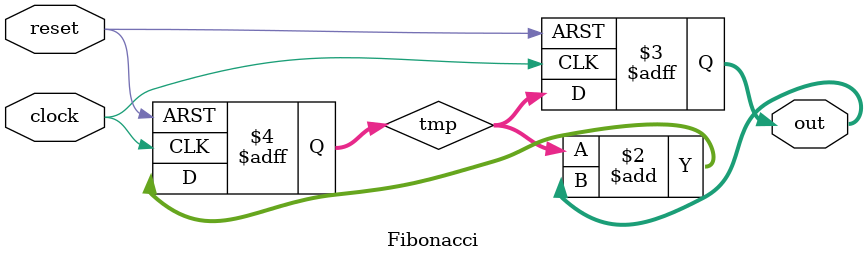
<source format=v>
`timescale 1ns / 1ps


module Fibonacci(
    input reset,
    input clock,
    output reg [31:0] out
    );
    
    reg [31:0]tmp;    
    
    always@(posedge clock or posedge reset) begin
        
        if(reset) begin
            
            tmp <= 32'd1;
            out <= 32'd0;
        
        end
        
        else begin
            
            tmp <= tmp + out;
            out <= tmp;
        
        end
        
    end
        
endmodule

</source>
